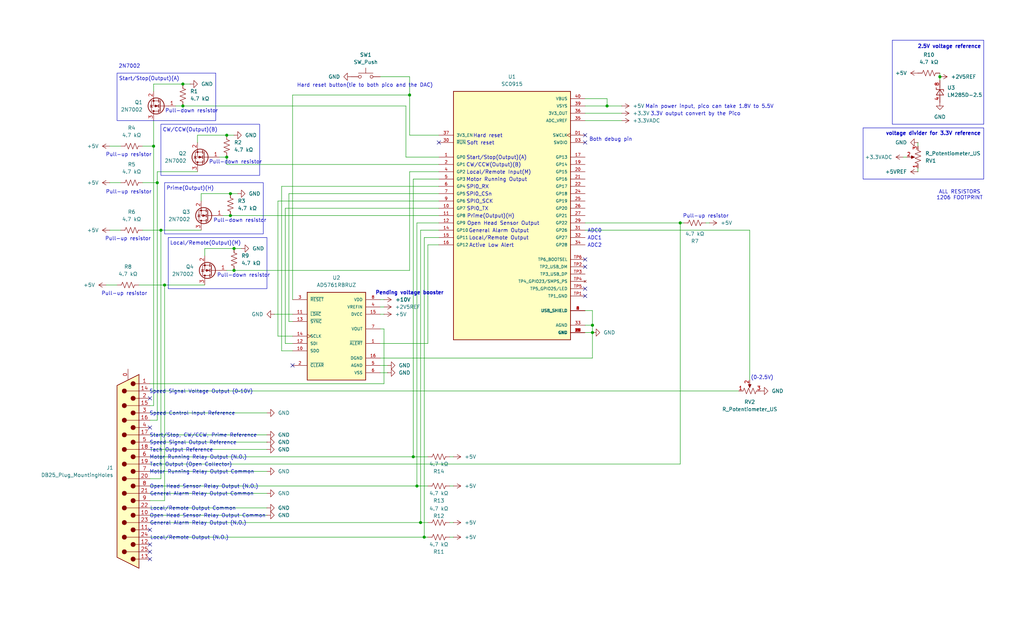
<source format=kicad_sch>
(kicad_sch (version 20231120) (generator "eeschema") (generator_version "8.0")
  (paper "USLegal")
  (title_block (title "Pi Pico Masterflex pump DB25 control board") (date "2024-07-22") (rev "0.1") (company "UW-Madison"))
  (lib_symbols
    (symbol "AD5761RBRUZ:AD5761RBRUZ" (pin_names (offset 1.016))
      (property "Reference" "U" (at -10.1711 15.8923 0))
      (property "Value" "AD5761RBRUZ" (at -10.1835 -17.8212 0))
      (symbol "AD5761RBRUZ_0_0"
        (rectangle (start -10.16 -15.24) (end 10.16 15.24) (stroke (width 0.254)) (fill (type background)))
        (pin output line (at 15.24 -2.54 180) (length 5.08) (name "~{ALERT}") (number "1"))
        (pin output line (at -15.24 -5.08 0) (length 5.08) (name "SDO") (number "10"))
        (pin bidirectional line (at -15.24 7.62 0) (length 5.08) (name "~{LDAC}") (number "11"))
        (pin input line (at -15.24 -2.54 0) (length 5.08) (name "SDI") (number "12"))
        (pin input line (at -15.24 5.08 0) (length 5.08) (name "~{SYNC}") (number "13"))
        (pin input clock (at -15.24 0 0) (length 5.08) (name "SCLK") (number "14"))
        (pin power_in line (at 15.24 7.62 180) (length 5.08) (name "DVCC") (number "15"))
        (pin power_in line (at 15.24 -7.62 180) (length 5.08) (name "DGND") (number "16"))
        (pin input line (at -15.24 -10.16 0) (length 5.08) (name "~{CLEAR}") (number "2"))
        (pin input line (at -15.24 12.7 0) (length 5.08) (name "~{RESET}") (number "3"))
        (pin power_in line (at 15.24 10.16 180) (length 5.08) (name "VREFIN") (number "4"))
        (pin power_in line (at 15.24 -10.16 180) (length 5.08) (name "AGND") (number "5"))
        (pin power_in line (at 15.24 -12.7 180) (length 5.08) (name "VSS") (number "6"))
        (pin output line (at 15.24 2.54 180) (length 5.08) (name "VOUT") (number "7"))
        (pin power_in line (at 15.24 12.7 180) (length 5.08) (name "VDD") (number "8"))
      )
    )
    (symbol "Connector:DB25_Plug_MountingHoles" (pin_names (offset 1.016) hide)
      (property "Reference" "J" (at 0 36.83 0))
      (property "Value" "DB25_Plug_MountingHoles" (at 0 34.925 0))
      (symbol "DB25_Plug_MountingHoles_0_1"
        (circle (center -1.778 -30.48) (radius 0.762) (fill (type outline)))
        (circle (center -1.778 -25.4) (radius 0.762) (fill (type outline)))
        (circle (center -1.778 -20.32) (radius 0.762) (fill (type outline)))
        (circle (center -1.778 -15.24) (radius 0.762) (fill (type outline)))
        (circle (center -1.778 -10.16) (radius 0.762) (fill (type outline)))
        (circle (center -1.778 -5.08) (radius 0.762) (fill (type outline)))
        (circle (center -1.778 0) (radius 0.762) (fill (type outline)))
        (circle (center -1.778 5.08) (radius 0.762) (fill (type outline)))
        (circle (center -1.778 10.16) (radius 0.762) (fill (type outline)))
        (circle (center -1.778 15.24) (radius 0.762) (fill (type outline)))
        (circle (center -1.778 20.32) (radius 0.762) (fill (type outline)))
        (circle (center -1.778 25.4) (radius 0.762) (fill (type outline)))
        (circle (center -1.778 30.48) (radius 0.762) (fill (type outline)))
        (polyline (pts (xy -3.81 -30.48) (xy -2.54 -30.48)))
        (polyline (pts (xy -3.81 -27.94) (xy 0.508 -27.94)))
        (polyline (pts (xy -3.81 -25.4) (xy -2.54 -25.4)))
        (polyline (pts (xy -3.81 -22.86) (xy 0.508 -22.86)))
        (polyline (pts (xy -3.81 -20.32) (xy -2.54 -20.32)))
        (polyline (pts (xy -3.81 -17.78) (xy 0.508 -17.78)))
        (polyline (pts (xy -3.81 -15.24) (xy -2.54 -15.24)))
        (polyline (pts (xy -3.81 -12.7) (xy 0.508 -12.7)))
        (polyline (pts (xy -3.81 -10.16) (xy -2.54 -10.16)))
        (polyline (pts (xy -3.81 -7.62) (xy 0.508 -7.62)))
        (polyline (pts (xy -3.81 -5.08) (xy -2.54 -5.08)))
        (polyline (pts (xy -3.81 -2.54) (xy 0.508 -2.54)))
        (polyline (pts (xy -3.81 0) (xy -2.54 0)))
        (polyline (pts (xy -3.81 2.54) (xy 0.508 2.54)))
        (polyline (pts (xy -3.81 5.08) (xy -2.54 5.08)))
        (polyline (pts (xy -3.81 7.62) (xy 0.508 7.62)))
        (polyline (pts (xy -3.81 10.16) (xy -2.54 10.16)))
        (polyline (pts (xy -3.81 12.7) (xy 0.508 12.7)))
        (polyline (pts (xy -3.81 15.24) (xy -2.54 15.24)))
        (polyline (pts (xy -3.81 17.78) (xy 0.508 17.78)))
        (polyline (pts (xy -3.81 20.32) (xy -2.54 20.32)))
        (polyline (pts (xy -3.81 22.86) (xy 0.508 22.86)))
        (polyline (pts (xy -3.81 25.4) (xy -2.54 25.4)))
        (polyline (pts (xy -3.81 27.94) (xy 0.508 27.94)))
        (polyline (pts (xy -3.81 30.48) (xy -2.54 30.48)))
        (polyline (pts (xy -3.81 -33.655) (xy 3.81 -29.845) (xy 3.81 29.845) (xy -3.81 33.655) (xy -3.81 -33.655)) (stroke (width 0.254)) (fill (type background)))
        (circle (center 1.27 -27.94) (radius 0.762) (fill (type outline)))
        (circle (center 1.27 -22.86) (radius 0.762) (fill (type outline)))
        (circle (center 1.27 -17.78) (radius 0.762) (fill (type outline)))
        (circle (center 1.27 -12.7) (radius 0.762) (fill (type outline)))
        (circle (center 1.27 -7.62) (radius 0.762) (fill (type outline)))
        (circle (center 1.27 -2.54) (radius 0.762) (fill (type outline)))
        (circle (center 1.27 2.54) (radius 0.762) (fill (type outline)))
        (circle (center 1.27 7.62) (radius 0.762) (fill (type outline)))
        (circle (center 1.27 12.7) (radius 0.762) (fill (type outline)))
        (circle (center 1.27 17.78) (radius 0.762) (fill (type outline)))
        (circle (center 1.27 22.86) (radius 0.762) (fill (type outline)))
        (circle (center 1.27 27.94) (radius 0.762) (fill (type outline)))
      )
      (symbol "DB25_Plug_MountingHoles_1_1"
        (pin passive line (at 0 -35.56 90) (length 3.81) (name "PAD") (number "0"))
        (pin passive line (at -7.62 -30.48 0) (length 3.81) (name "1") (number "1"))
        (pin passive line (at -7.62 15.24 0) (length 3.81) (name "10") (number "10"))
        (pin passive line (at -7.62 20.32 0) (length 3.81) (name "11") (number "11"))
        (pin passive line (at -7.62 25.4 0) (length 3.81) (name "12") (number "12"))
        (pin passive line (at -7.62 30.48 0) (length 3.81) (name "13") (number "13"))
        (pin passive line (at -7.62 -27.94 0) (length 3.81) (name "P14") (number "14"))
        (pin passive line (at -7.62 -22.86 0) (length 3.81) (name "P15") (number "15"))
        (pin passive line (at -7.62 -17.78 0) (length 3.81) (name "P16") (number "16"))
        (pin passive line (at -7.62 -12.7 0) (length 3.81) (name "P17") (number "17"))
        (pin passive line (at -7.62 -7.62 0) (length 3.81) (name "P18") (number "18"))
        (pin passive line (at -7.62 -2.54 0) (length 3.81) (name "P19") (number "19"))
        (pin passive line (at -7.62 -25.4 0) (length 3.81) (name "2") (number "2"))
        (pin passive line (at -7.62 2.54 0) (length 3.81) (name "P20") (number "20"))
        (pin passive line (at -7.62 7.62 0) (length 3.81) (name "P21") (number "21"))
        (pin passive line (at -7.62 12.7 0) (length 3.81) (name "P22") (number "22"))
        (pin passive line (at -7.62 17.78 0) (length 3.81) (name "P23") (number "23"))
        (pin passive line (at -7.62 22.86 0) (length 3.81) (name "P24") (number "24"))
        (pin passive line (at -7.62 27.94 0) (length 3.81) (name "P25") (number "25"))
        (pin passive line (at -7.62 -20.32 0) (length 3.81) (name "3") (number "3"))
        (pin passive line (at -7.62 -15.24 0) (length 3.81) (name "4") (number "4"))
        (pin passive line (at -7.62 -10.16 0) (length 3.81) (name "5") (number "5"))
        (pin passive line (at -7.62 -5.08 0) (length 3.81) (name "6") (number "6"))
        (pin passive line (at -7.62 0 0) (length 3.81) (name "7") (number "7"))
        (pin passive line (at -7.62 5.08 0) (length 3.81) (name "8") (number "8"))
        (pin passive line (at -7.62 10.16 0) (length 3.81) (name "9") (number "9"))
      )
    )
    (symbol "Device:R_Potentiometer_US" (pin_names (offset 1.016) hide)
      (property "Reference" "RV" (at -4.445 0 90))
      (property "Value" "R_Potentiometer_US" (at -2.54 0 90))
      (symbol "R_Potentiometer_US_0_1"
        (polyline (pts (xy 0 -2.286) (xy 0 -2.54)))
        (polyline (pts (xy 0 2.54) (xy 0 2.286)))
        (polyline (pts (xy 2.54 0) (xy 1.524 0)))
        (polyline (pts (xy 1.143 0) (xy 2.286 0.508) (xy 2.286 -0.508) (xy 1.143 0)) (fill (type outline)))
        (polyline (pts (xy 0 -0.762) (xy 1.016 -1.143) (xy 0 -1.524) (xy -1.016 -1.905) (xy 0 -2.286)))
        (polyline (pts (xy 0 0.762) (xy 1.016 0.381) (xy 0 0) (xy -1.016 -0.381) (xy 0 -0.762)))
        (polyline (pts (xy 0 2.286) (xy 1.016 1.905) (xy 0 1.524) (xy -1.016 1.143) (xy 0 0.762)))
      )
      (symbol "R_Potentiometer_US_1_1"
        (pin passive line (at 0 3.81 270) (length 1.27) (name "1") (number "1"))
        (pin passive line (at 3.81 0 180) (length 1.27) (name "2") (number "2"))
        (pin passive line (at 0 -3.81 90) (length 1.27) (name "3") (number "3"))
      )
    )
    (symbol "Device:R_US" (pin_numbers hide) (pin_names (offset 0))
      (property "Reference" "R" (at 2.54 0 90))
      (property "Value" "R_US" (at -2.54 0 90))
      (symbol "R_US_0_1"
        (polyline (pts (xy 0 -2.286) (xy 0 -2.54)))
        (polyline (pts (xy 0 2.286) (xy 0 2.54)))
        (polyline (pts (xy 0 -0.762) (xy 1.016 -1.143) (xy 0 -1.524) (xy -1.016 -1.905) (xy 0 -2.286)))
        (polyline (pts (xy 0 0.762) (xy 1.016 0.381) (xy 0 0) (xy -1.016 -0.381) (xy 0 -0.762)))
        (polyline (pts (xy 0 2.286) (xy 1.016 1.905) (xy 0 1.524) (xy -1.016 1.143) (xy 0 0.762)))
      )
      (symbol "R_US_1_1"
        (pin passive line (at 0 3.81 270) (length 1.27) (name "~") (number "1"))
        (pin passive line (at 0 -3.81 90) (length 1.27) (name "~") (number "2"))
      )
    )
    (symbol "Reference_Voltage:LM285D-2.5" (pin_names (offset 0.0254) hide)
      (property "Reference" "U" (at 0 3.175 0))
      (property "Value" "LM285D-2.5" (at 0 -3.175 0))
      (symbol "LM285D-2.5_0_1"
        (polyline (pts (xy -1.27 0) (xy 0 0) (xy 1.27 0)))
        (polyline (pts (xy -1.27 -1.27) (xy 0.635 0) (xy -1.27 1.27) (xy -1.27 -1.27)) (stroke (width 0.2032)))
        (polyline (pts (xy 0 -1.27) (xy 0.635 -1.27) (xy 0.635 1.27) (xy 1.27 1.27)) (stroke (width 0.2032)))
      )
      (symbol "LM285D-2.5_1_1"
        (pin passive line (at -3.81 0 0) (length 2.54) (name "A") (number "4"))
        (pin passive line (at 3.81 0 180) (length 2.54) (name "K") (number "8"))
      )
    )
    (symbol "SC0915:SC0915" (pin_names (offset 1.016))
      (property "Reference" "U" (at -20.32 44.069 0))
      (property "Value" "SC0915" (at -20.32 -45.72 0))
      (symbol "SC0915_0_0"
        (rectangle (start -20.32 -43.18) (end 20.32 43.18) (stroke (width 0.254)) (fill (type background)))
        (pin bidirectional line (at -25.4 20.32 0) (length 5.08) (name "GP0") (number "1"))
        (pin bidirectional line (at -25.4 2.54 0) (length 5.08) (name "GP7") (number "10"))
        (pin bidirectional line (at -25.4 0 0) (length 5.08) (name "GP8") (number "11"))
        (pin bidirectional line (at -25.4 -2.54 0) (length 5.08) (name "GP9") (number "12"))
        (pin power_in line (at 25.4 -40.64 180) (length 5.08) (name "GND") (number "13"))
        (pin bidirectional line (at -25.4 -5.08 0) (length 5.08) (name "GP10") (number "14"))
        (pin bidirectional line (at -25.4 -7.62 0) (length 5.08) (name "GP11") (number "15"))
        (pin bidirectional line (at -25.4 -10.16 0) (length 5.08) (name "GP12") (number "16"))
        (pin bidirectional line (at 25.4 20.32 180) (length 5.08) (name "GP13") (number "17"))
        (pin power_in line (at 25.4 -40.64 180) (length 5.08) (name "GND") (number "18"))
        (pin bidirectional line (at 25.4 17.78 180) (length 5.08) (name "GP14") (number "19"))
        (pin bidirectional line (at -25.4 17.78 0) (length 5.08) (name "GP1") (number "2"))
        (pin bidirectional line (at 25.4 15.24 180) (length 5.08) (name "GP15") (number "20"))
        (pin bidirectional line (at 25.4 12.7 180) (length 5.08) (name "GP16") (number "21"))
        (pin bidirectional line (at 25.4 10.16 180) (length 5.08) (name "GP17") (number "22"))
        (pin power_in line (at 25.4 -40.64 180) (length 5.08) (name "GND") (number "23"))
        (pin bidirectional line (at 25.4 7.62 180) (length 5.08) (name "GP18") (number "24"))
        (pin bidirectional line (at 25.4 5.08 180) (length 5.08) (name "GP19") (number "25"))
        (pin bidirectional line (at 25.4 2.54 180) (length 5.08) (name "GP20") (number "26"))
        (pin bidirectional line (at 25.4 0 180) (length 5.08) (name "GP21") (number "27"))
        (pin power_in line (at 25.4 -40.64 180) (length 5.08) (name "GND") (number "28"))
        (pin bidirectional line (at 25.4 -2.54 180) (length 5.08) (name "GP22") (number "29"))
        (pin power_in line (at 25.4 -40.64 180) (length 5.08) (name "GND") (number "3"))
        (pin input line (at -25.4 25.4 0) (length 5.08) (name "~{RUN}") (number "30"))
        (pin bidirectional line (at 25.4 -5.08 180) (length 5.08) (name "GP26") (number "31"))
        (pin bidirectional line (at 25.4 -7.62 180) (length 5.08) (name "GP27") (number "32"))
        (pin power_in line (at 25.4 -38.1 180) (length 5.08) (name "AGND") (number "33"))
        (pin bidirectional line (at 25.4 -10.16 180) (length 5.08) (name "GP28") (number "34"))
        (pin power_in line (at 25.4 33.02 180) (length 5.08) (name "ADC_VREF") (number "35"))
        (pin power_in line (at 25.4 35.56 180) (length 5.08) (name "3V3_OUT") (number "36"))
        (pin input line (at -25.4 27.94 0) (length 5.08) (name "3V3_EN") (number "37"))
        (pin power_in line (at 25.4 -40.64 180) (length 5.08) (name "GND") (number "38"))
        (pin power_in line (at 25.4 38.1 180) (length 5.08) (name "VSYS") (number "39"))
        (pin bidirectional line (at -25.4 15.24 0) (length 5.08) (name "GP2") (number "4"))
        (pin power_in line (at 25.4 40.64 180) (length 5.08) (name "VBUS") (number "40"))
        (pin bidirectional line (at -25.4 12.7 0) (length 5.08) (name "GP3") (number "5"))
        (pin bidirectional line (at -25.4 10.16 0) (length 5.08) (name "GP4") (number "6"))
        (pin bidirectional line (at -25.4 7.62 0) (length 5.08) (name "GP5") (number "7"))
        (pin power_in line (at 25.4 -40.64 180) (length 5.08) (name "GND") (number "8"))
        (pin bidirectional line (at -25.4 5.08 0) (length 5.08) (name "GP6") (number "9"))
        (pin power_in line (at 25.4 -33.02 180) (length 5.08) (name "USB_SHIELD") (number "A"))
        (pin power_in line (at 25.4 -33.02 180) (length 5.08) (name "USB_SHIELD") (number "B"))
        (pin power_in line (at 25.4 -33.02 180) (length 5.08) (name "USB_SHIELD") (number "C"))
        (pin power_in line (at 25.4 -33.02 180) (length 5.08) (name "USB_SHIELD") (number "D"))
        (pin input clock (at 25.4 27.94 180) (length 5.08) (name "SWCLK") (number "D1"))
        (pin power_in line (at 25.4 -40.64 180) (length 5.08) (name "GND") (number "D2"))
        (pin bidirectional line (at 25.4 25.4 180) (length 5.08) (name "SWDIO") (number "D3"))
        (pin power_in line (at 25.4 -27.94 180) (length 5.08) (name "TP1_GND") (number "TP1"))
        (pin bidirectional line (at 25.4 -17.78 180) (length 5.08) (name "TP2_USB_DM") (number "TP2"))
        (pin bidirectional line (at 25.4 -20.32 180) (length 5.08) (name "TP3_USB_DP") (number "TP3"))
        (pin no_connect line (at 25.4 -22.86 180) (length 5.08) (name "TP4_GPIO23/SMPS_PS") (number "TP4"))
        (pin output line (at 25.4 -25.4 180) (length 5.08) (name "TP5_GPIO25/LED") (number "TP5"))
        (pin input line (at 25.4 -15.24 180) (length 5.08) (name "TP6_BOOTSEL") (number "TP6"))
      )
    )
    (symbol "Switch:SW_Push" (pin_numbers hide) (pin_names (offset 1.016) hide)
      (property "Reference" "SW" (at 1.27 2.54 0))
      (property "Value" "SW_Push" (at 0 -1.524 0))
      (symbol "SW_Push_0_1"
        (circle (center -2.032 0) (radius 0.508))
        (polyline (pts (xy 0 1.27) (xy 0 3.048)))
        (polyline (pts (xy 2.54 1.27) (xy -2.54 1.27)))
        (circle (center 2.032 0) (radius 0.508))
        (pin passive line (at -5.08 0 0) (length 2.54) (name "1") (number "1"))
        (pin passive line (at 5.08 0 180) (length 2.54) (name "2") (number "2"))
      )
    )
    (symbol "Transistor_FET:2N7002" (pin_names hide)
      (property "Reference" "Q" (at 5.08 1.905 0))
      (property "Value" "2N7002" (at 5.08 0 0))
      (symbol "2N7002_0_1"
        (polyline (pts (xy 0.254 0) (xy -2.54 0)))
        (polyline (pts (xy 0.254 1.905) (xy 0.254 -1.905)) (stroke (width 0.254)))
        (polyline (pts (xy 0.762 -1.27) (xy 0.762 -2.286)) (stroke (width 0.254)))
        (polyline (pts (xy 0.762 0.508) (xy 0.762 -0.508)) (stroke (width 0.254)))
        (polyline (pts (xy 0.762 2.286) (xy 0.762 1.27)) (stroke (width 0.254)))
        (polyline (pts (xy 2.54 2.54) (xy 2.54 1.778)))
        (polyline (pts (xy 2.54 -2.54) (xy 2.54 0) (xy 0.762 0)))
        (polyline (pts (xy 0.762 -1.778) (xy 3.302 -1.778) (xy 3.302 1.778) (xy 0.762 1.778)))
        (polyline (pts (xy 1.016 0) (xy 2.032 0.381) (xy 2.032 -0.381) (xy 1.016 0)) (fill (type outline)))
        (polyline (pts (xy 2.794 0.508) (xy 2.921 0.381) (xy 3.683 0.381) (xy 3.81 0.254)))
        (polyline (pts (xy 3.302 0.381) (xy 2.921 -0.254) (xy 3.683 -0.254) (xy 3.302 0.381)))
        (circle (center 1.651 0) (radius 2.794) (stroke (width 0.254)))
        (circle (center 2.54 -1.778) (radius 0.254) (fill (type outline)))
        (circle (center 2.54 1.778) (radius 0.254) (fill (type outline)))
      )
      (symbol "2N7002_1_1"
        (pin input line (at -5.08 0 0) (length 2.54) (name "G") (number "1"))
        (pin passive line (at 2.54 -5.08 90) (length 2.54) (name "S") (number "2"))
        (pin passive line (at 2.54 5.08 270) (length 2.54) (name "D") (number "3"))
      )
    )
    (symbol "power:+10V" (power) (pin_numbers hide) (pin_names (offset 0) hide)
      (property "Value" "+10V" (at 0 3.556 0))
      (symbol "+10V_0_1"
        (polyline (pts (xy -0.762 1.27) (xy 0 2.54)))
        (polyline (pts (xy 0 0) (xy 0 2.54)))
        (polyline (pts (xy 0 2.54) (xy 0.762 1.27)))
      )
      (symbol "+10V_1_1"
        (pin power_in line (at 0 0 90) (length 0) (name "~") (number "1"))
      )
    )
    (symbol "power:+2V5" (power) (pin_numbers hide) (pin_names (offset 0) hide)
      (property "Value" "+2V5" (at 0 3.556 0))
      (symbol "+2V5_0_1"
        (polyline (pts (xy -0.762 1.27) (xy 0 2.54)))
        (polyline (pts (xy 0 0) (xy 0 2.54)))
        (polyline (pts (xy 0 2.54) (xy 0.762 1.27)))
      )
      (symbol "+2V5_1_1"
        (pin power_in line (at 0 0 90) (length 0) (name "~") (number "1"))
      )
    )
    (symbol "power:+3.3V" (power) (pin_numbers hide) (pin_names (offset 0) hide)
      (property "Value" "+3.3V" (at 0 3.556 0))
      (symbol "+3.3V_0_1"
        (polyline (pts (xy -0.762 1.27) (xy 0 2.54)))
        (polyline (pts (xy 0 0) (xy 0 2.54)))
        (polyline (pts (xy 0 2.54) (xy 0.762 1.27)))
      )
      (symbol "+3.3V_1_1"
        (pin power_in line (at 0 0 90) (length 0) (name "~") (number "1"))
      )
    )
    (symbol "power:+3.3VADC" (power) (pin_numbers hide) (pin_names (offset 0) hide)
      (property "Value" "+3.3VADC" (at 0 3.556 0))
      (symbol "+3.3VADC_0_0"
        (pin power_in line (at 0 0 90) (length 0) (name "~") (number "1"))
      )
      (symbol "+3.3VADC_0_1"
        (polyline (pts (xy -0.762 1.27) (xy 0 2.54)))
        (polyline (pts (xy 0 0) (xy 0 2.54)))
        (polyline (pts (xy 0 2.54) (xy 0.762 1.27)))
      )
    )
    (symbol "power:+5V" (power) (pin_numbers hide) (pin_names (offset 0) hide)
      (property "Value" "+5V" (at 0 3.556 0))
      (symbol "+5V_0_1"
        (polyline (pts (xy -0.762 1.27) (xy 0 2.54)))
        (polyline (pts (xy 0 0) (xy 0 2.54)))
        (polyline (pts (xy 0 2.54) (xy 0.762 1.27)))
      )
      (symbol "+5V_1_1"
        (pin power_in line (at 0 0 90) (length 0) (name "~") (number "1"))
      )
    )
    (symbol "power:GND" (power) (pin_numbers hide) (pin_names (offset 0) hide)
      (property "Value" "GND" (at 0 -3.81 0))
      (symbol "GND_0_1"
        (polyline (pts (xy 0 0) (xy 0 -1.27) (xy 1.27 -1.27) (xy 0 -2.54) (xy -1.27 -1.27) (xy 0 -1.27)))
      )
      (symbol "GND_1_1"
        (pin power_in line (at 0 0 270) (length 0) (name "~") (number "1"))
      )
    )
  )
  (junction (at 146.05 181.61))
  (junction (at 205.74 115.57))
  (junction (at 81.28 86.36))
  (junction (at 142.24 33.02))
  (junction (at 80.01 67.31))
  (junction (at 78.74 46.99))
  (junction (at 81.28 93.98))
  (junction (at 54.61 63.5))
  (junction (at 53.34 50.8))
  (junction (at 80.01 74.93))
  (junction (at 78.74 54.61))
  (junction (at 236.22 77.47))
  (junction (at 147.32 186.69))
  (junction (at 143.51 158.75))
  (junction (at 55.88 80.01))
  (junction (at 144.78 168.91))
  (junction (at 57.15 99.06))
  (junction (at 326.39 26.67))
  (junction (at 210.82 36.83))
  (junction (at 63.5 36.83))
  (junction (at 205.74 113.03))
  (junction (at 63.5 29.21))
  (no_connect (at 52.07 194.31))
  (no_connect (at 101.6 127))
  (no_connect (at 52.07 184.15))
  (no_connect (at 52.07 189.23))
  (no_connect (at 203.2 100.33))
  (no_connect (at 52.07 191.77))
  (no_connect (at 203.2 90.17))
  (no_connect (at 203.2 49.53))
  (no_connect (at 52.07 138.43))
  (no_connect (at 52.07 148.59))
  (no_connect (at 203.2 102.87))
  (no_connect (at 203.2 46.99))
  (no_connect (at 152.4 49.53))
  (no_connect (at 203.2 92.71))
  (wire (pts (xy 78.74 54.61) (xy 76.2 54.61)))
  (wire (pts (xy 36.83 99.06) (xy 40.64 99.06)))
  (wire (pts (xy 132.08 26.67) (xy 142.24 26.67)))
  (wire (pts (xy 260.35 80.01) (xy 260.35 132.08)))
  (wire (pts (xy 48.26 99.06) (xy 57.15 99.06)))
  (wire (pts (xy 132.08 114.3) (xy 133.35 114.3)))
  (wire (pts (xy 81.28 86.36) (xy 71.12 86.36)))
  (wire (pts (xy 148.59 181.61) (xy 146.05 181.61)))
  (wire (pts (xy 97.79 64.77) (xy 152.4 64.77)))
  (wire (pts (xy 326.39 25.4) (xy 326.39 26.67)))
  (wire (pts (xy 82.55 67.31) (xy 80.01 67.31)))
  (wire (pts (xy 53.34 50.8) (xy 53.34 140.97)))
  (wire (pts (xy 210.82 34.29) (xy 210.82 36.83)))
  (wire (pts (xy 236.22 77.47) (xy 203.2 77.47)))
  (wire (pts (xy 54.61 59.69) (xy 54.61 63.5)))
  (wire (pts (xy 133.35 133.35) (xy 52.07 133.35)))
  (wire (pts (xy 132.08 104.14) (xy 133.35 104.14)))
  (wire (pts (xy 52.07 168.91) (xy 144.78 168.91)))
  (wire (pts (xy 152.4 72.39) (xy 99.06 72.39)))
  (wire (pts (xy 49.53 63.5) (xy 54.61 63.5)))
  (wire (pts (xy 143.51 62.23) (xy 152.4 62.23)))
  (wire (pts (xy 203.2 34.29) (xy 210.82 34.29)))
  (wire (pts (xy 38.1 50.8) (xy 41.91 50.8)))
  (wire (pts (xy 132.08 124.46) (xy 205.74 124.46)))
  (wire (pts (xy 318.77 50.8) (xy 318.77 49.53)))
  (wire (pts (xy 55.88 80.01) (xy 69.85 80.01)))
  (wire (pts (xy 52.07 135.89) (xy 256.54 135.89)))
  (wire (pts (xy 52.07 143.51) (xy 92.71 143.51)))
  (wire (pts (xy 52.07 161.29) (xy 236.22 161.29)))
  (wire (pts (xy 52.07 146.05) (xy 54.61 146.05)))
  (wire (pts (xy 54.61 146.05) (xy 54.61 63.5)))
  (wire (pts (xy 205.74 124.46) (xy 205.74 115.57)))
  (wire (pts (xy 99.06 119.38) (xy 101.6 119.38)))
  (wire (pts (xy 38.1 63.5) (xy 41.91 63.5)))
  (wire (pts (xy 142.24 26.67) (xy 142.24 33.02)))
  (wire (pts (xy 52.07 181.61) (xy 146.05 181.61)))
  (wire (pts (xy 80.01 67.31) (xy 69.85 67.31)))
  (wire (pts (xy 144.78 168.91) (xy 144.78 77.47)))
  (wire (pts (xy 52.07 176.53) (xy 92.71 176.53)))
  (wire (pts (xy 77.47 74.93) (xy 80.01 74.93)))
  (wire (pts (xy 53.34 29.21) (xy 53.34 31.75)))
  (wire (pts (xy 132.08 109.22) (xy 133.35 109.22)))
  (wire (pts (xy 140.97 54.61) (xy 140.97 36.83)))
  (wire (pts (xy 101.6 104.14) (xy 101.6 33.02)))
  (wire (pts (xy 144.78 77.47) (xy 152.4 77.47)))
  (wire (pts (xy 210.82 36.83) (xy 215.9 36.83)))
  (wire (pts (xy 101.6 111.76) (xy 100.33 111.76)))
  (wire (pts (xy 203.2 107.95) (xy 205.74 107.95)))
  (wire (pts (xy 97.79 121.92) (xy 101.6 121.92)))
  (wire (pts (xy 49.53 80.01) (xy 55.88 80.01)))
  (wire (pts (xy 147.32 82.55) (xy 152.4 82.55)))
  (wire (pts (xy 54.61 59.69) (xy 68.58 59.69)))
  (wire (pts (xy 60.96 36.83) (xy 63.5 36.83)))
  (wire (pts (xy 68.58 46.99) (xy 68.58 49.53)))
  (wire (pts (xy 132.08 129.54) (xy 134.62 129.54)))
  (wire (pts (xy 203.2 39.37) (xy 215.9 39.37)))
  (wire (pts (xy 236.22 77.47) (xy 237.49 77.47)))
  (wire (pts (xy 52.07 153.67) (xy 92.71 153.67)))
  (wire (pts (xy 52.07 173.99) (xy 57.15 173.99)))
  (wire (pts (xy 100.33 67.31) (xy 100.33 111.76)))
  (wire (pts (xy 148.59 119.38) (xy 148.59 85.09)))
  (wire (pts (xy 52.07 186.69) (xy 147.32 186.69)))
  (wire (pts (xy 148.59 158.75) (xy 143.51 158.75)))
  (wire (pts (xy 203.2 41.91) (xy 215.9 41.91)))
  (wire (pts (xy 157.48 186.69) (xy 156.21 186.69)))
  (wire (pts (xy 326.39 26.67) (xy 326.39 27.94)))
  (wire (pts (xy 78.74 57.15) (xy 152.4 57.15)))
  (wire (pts (xy 96.52 69.85) (xy 96.52 116.84)))
  (wire (pts (xy 148.59 186.69) (xy 147.32 186.69)))
  (wire (pts (xy 314.96 54.61) (xy 313.69 54.61)))
  (wire (pts (xy 142.24 59.69) (xy 142.24 93.98)))
  (wire (pts (xy 81.28 46.99) (xy 78.74 46.99)))
  (wire (pts (xy 203.2 115.57) (xy 205.74 115.57)))
  (wire (pts (xy 96.52 69.85) (xy 152.4 69.85)))
  (wire (pts (xy 78.74 93.98) (xy 81.28 93.98)))
  (wire (pts (xy 142.24 33.02) (xy 142.24 46.99)))
  (wire (pts (xy 53.34 140.97) (xy 52.07 140.97)))
  (wire (pts (xy 52.07 171.45) (xy 92.71 171.45)))
  (wire (pts (xy 146.05 181.61) (xy 146.05 80.01)))
  (wire (pts (xy 55.88 80.01) (xy 55.88 166.37)))
  (wire (pts (xy 246.38 77.47) (xy 245.11 77.47)))
  (wire (pts (xy 203.2 113.03) (xy 205.74 113.03)))
  (wire (pts (xy 69.85 67.31) (xy 69.85 69.85)))
  (wire (pts (xy 157.48 181.61) (xy 156.21 181.61)))
  (wire (pts (xy 205.74 107.95) (xy 205.74 113.03)))
  (wire (pts (xy 52.07 151.13) (xy 92.71 151.13)))
  (wire (pts (xy 142.24 46.99) (xy 152.4 46.99)))
  (wire (pts (xy 95.25 109.22) (xy 101.6 109.22)))
  (wire (pts (xy 71.12 86.36) (xy 71.12 88.9)))
  (wire (pts (xy 148.59 85.09) (xy 152.4 85.09)))
  (wire (pts (xy 143.51 62.23) (xy 143.51 158.75)))
  (wire (pts (xy 203.2 36.83) (xy 210.82 36.83)))
  (wire (pts (xy 132.08 119.38) (xy 148.59 119.38)))
  (wire (pts (xy 52.07 158.75) (xy 143.51 158.75)))
  (wire (pts (xy 80.01 74.93) (xy 152.4 74.93)))
  (wire (pts (xy 152.4 54.61) (xy 140.97 54.61)))
  (wire (pts (xy 132.08 127) (xy 134.62 127)))
  (wire (pts (xy 101.6 116.84) (xy 96.52 116.84)))
  (wire (pts (xy 49.53 50.8) (xy 53.34 50.8)))
  (wire (pts (xy 132.08 106.68) (xy 133.35 106.68)))
  (wire (pts (xy 53.34 41.91) (xy 53.34 50.8)))
  (wire (pts (xy 52.07 156.21) (xy 92.71 156.21)))
  (wire (pts (xy 142.24 59.69) (xy 152.4 59.69)))
  (wire (pts (xy 260.35 80.01) (xy 203.2 80.01)))
  (wire (pts (xy 148.59 168.91) (xy 144.78 168.91)))
  (wire (pts (xy 146.05 80.01) (xy 152.4 80.01)))
  (wire (pts (xy 52.07 163.83) (xy 92.71 163.83)))
  (wire (pts (xy 81.28 93.98) (xy 142.24 93.98)))
  (wire (pts (xy 57.15 99.06) (xy 71.12 99.06)))
  (wire (pts (xy 53.34 29.21) (xy 63.5 29.21)))
  (wire (pts (xy 97.79 64.77) (xy 97.79 121.92)))
  (wire (pts (xy 147.32 186.69) (xy 147.32 82.55)))
  (wire (pts (xy 318.77 59.69) (xy 318.77 58.42)))
  (wire (pts (xy 236.22 77.47) (xy 236.22 161.29)))
  (wire (pts (xy 205.74 113.03) (xy 205.74 115.57)))
  (wire (pts (xy 100.33 67.31) (xy 152.4 67.31)))
  (wire (pts (xy 157.48 158.75) (xy 156.21 158.75)))
  (wire (pts (xy 52.07 179.07) (xy 92.71 179.07)))
  (wire (pts (xy 38.1 80.01) (xy 41.91 80.01)))
  (wire (pts (xy 78.74 57.15) (xy 78.74 54.61)))
  (wire (pts (xy 78.74 46.99) (xy 68.58 46.99)))
  (wire (pts (xy 83.82 86.36) (xy 81.28 86.36)))
  (wire (pts (xy 101.6 33.02) (xy 142.24 33.02)))
  (wire (pts (xy 99.06 72.39) (xy 99.06 119.38)))
  (wire (pts (xy 57.15 99.06) (xy 57.15 173.99)))
  (wire (pts (xy 133.35 114.3) (xy 133.35 133.35)))
  (wire (pts (xy 63.5 29.21) (xy 66.04 29.21)))
  (wire (pts (xy 55.88 166.37) (xy 52.07 166.37)))
  (wire (pts (xy 63.5 36.83) (xy 140.97 36.83)))
  (wire (pts (xy 157.48 168.91) (xy 156.21 168.91)))
  (rectangle (start 55.88 43.18) (end 90.17 60.96))
  (rectangle (start 299.72 44.45) (end 341.63 62.23))
  (rectangle (start 58.42 82.55) (end 92.71 100.33))
  (rectangle (start 57.15 63.5) (end 91.44 81.28))
  (rectangle (start 309.88 13.97) (end 341.63 43.18))
  (rectangle (start 40.64 25.4) (end 74.93 41.91))
  (text "2.5V voltage reference" (at 329.692 16.256 0) (effects (font (size 1.27 1.27) (thickness 0.254) (bold yes))))
  (text "Pull-down resistor" (at 84.582 95.758 0) (effects (font (size 1.27 1.27))))
  (text "Prime(Output)(H)" (at 66.04 65.532 0) (effects (font (size 1.27 1.27))))
  (text "Pull-down resistor" (at 81.788 56.388 0) (effects (font (size 1.27 1.27))))
  (text "Motor Running Relay Output Common" (at 70.104 164.084 0) (effects (font (size 1.27 1.27))))
  (text "Pull-up resistor" (at 44.704 66.802 0) (effects (font (size 1.27 1.27))))
  (text "ADC2" (at 206.502 85.344 0) (effects (font (size 1.27 1.27))))
  (text "Pull-up resistor" (at 44.45 83.058 0) (effects (font (size 1.27 1.27))))
  (text "SPI0_RX" (at 165.862 65.024 0) (effects (font (size 1.27 1.27))))
  (text "Hard reset button(tie to both pico and the DAC)" (at 126.746 29.718 0) (effects (font (size 1.27 1.27))))
  (text "Prime(Output)(H)" (at 170.434 75.184 0) (effects (font (size 1.27 1.27))))
  (text "Open Head Sensor Relay Output Common" (at 72.136 179.324 0) (effects (font (size 1.27 1.27))))
  (text "Both debug pin" (at 212.09 48.514 0) (effects (font (size 1.27 1.27))))
  (text "SPI0_CSn" (at 166.37 67.564 0) (effects (font (size 1.27 1.27))))
  (text "Pending voltage booster" (at 142.24 101.854 0) (effects (font (size 1.27 1.27) (thickness 0.254) (bold yes))))
  (text "Hard reset" (at 169.418 47.244 0) (effects (font (size 1.27 1.27))))
  (text "Tach Output Reference" (at 62.992 156.464 0) (effects (font (size 1.27 1.27))))
  (text "Local/Remote Output (N.O.)" (at 65.786 186.944 0) (effects (font (size 1.27 1.27))))
  (text "Open Head Sensor Relay Output (N.O.)" (at 70.866 169.164 0) (effects (font (size 1.27 1.27))))
  (text "2N7002" (at 44.958 23.114 0) (effects (font (size 1.27 1.27))))
  (text "Open Head Sensor Output" (at 174.752 77.724 0) (effects (font (size 1.27 1.27))))
  (text "General Alarm Output" (at 173.228 80.264 0) (effects (font (size 1.27 1.27))))
  (text " Local/Remote Output Common" (at 66.548 176.784 0) (effects (font (size 1.27 1.27))))
  (text "Speed Signal Output Reference" (at 67.056 153.924 0) (effects (font (size 1.27 1.27))))
  (text "SPIO_SCK" (at 166.624 70.104 0) (effects (font (size 1.27 1.27))))
  (text "Local/Remote Output" (at 173.228 82.804 0) (effects (font (size 1.27 1.27))))
  (text "Pull-down resistor" (at 83.312 76.708 0) (effects (font (size 1.27 1.27))))
  (text "Speed Control Input Reference" (at 66.802 143.764 0) (effects (font (size 1.27 1.27))))
  (text "General Alarm Relay Output Common" (at 70.104 171.704 0) (effects (font (size 1.27 1.27))))
  (text "Pull-up resistor" (at 44.704 53.848 0) (effects (font (size 1.27 1.27))))
  (text "(0–2.5V)" (at 264.668 131.318 0) (effects (font (size 1.27 1.27))))
  (text "Start/Stop(Output)(A)" (at 172.466 54.864 0) (effects (font (size 1.27 1.27))))
  (text "voltage divider for 3.3V reference" (at 324.104 46.482 0) (effects (font (size 1.27 1.27) (thickness 0.254) (bold yes))))
  (text "Soft reset" (at 166.878 49.784 0) (effects (font (size 1.27 1.27))))
  (text "Local/Remote Input(M)" (at 173.228 59.944 0) (effects (font (size 1.27 1.27))))
  (text "Speed Signal Voltage Output (0–10V)" (at 69.85 136.144 0) (effects (font (size 1.27 1.27))))
  (text "Active Low Alert" (at 170.688 85.344 0) (effects (font (size 1.27 1.27))))
  (text "SPI0_TX" (at 165.862 72.644 0) (effects (font (size 1.27 1.27))))
  (text "Motor Running Output" (at 172.466 62.484 0) (effects (font (size 1.27 1.27))))
  (text "General Alarm Relay Output (N.O.)" (at 68.834 181.864 0) (effects (font (size 1.27 1.27))))
  (text "CW/CCW(Output)(B)" (at 171.45 57.404 0) (effects (font (size 1.27 1.27))))
  (text "Main power input, pico can take 1.8V to 5.5V" (at 246.38 37.084 0) (effects (font (size 1.27 1.27))))
  (text "Pull-up resistor" (at 43.18 102.108 0) (effects (font (size 1.27 1.27))))
  (text "Local/Remote(Output)(M)" (at 71.374 84.582 0) (effects (font (size 1.27 1.27))))
  (text "Pull-down resistor" (at 66.548 38.608 0) (effects (font (size 1.27 1.27))))
  (text "ADC0" (at 206.502 80.264 0) (effects (font (size 1.27 1.27))))
  (text "Motor Running Relay Output (N.O.)" (at 68.834 159.004 0) (effects (font (size 1.27 1.27))))
  (text "3.3V output convert by the Pico" (at 241.554 39.624 0) (effects (font (size 1.27 1.27))))
  (text "ADC1" (at 206.502 82.804 0) (effects (font (size 1.27 1.27))))
  (text "Start/Stop(Output)(A)" (at 51.816 27.432 0) (effects (font (size 1.27 1.27))))
  (text "ALL RESISTORS\n1206 FOOTPRINT" (at 333.248 67.818 0) (effects (font (size 1.27 1.27))))
  (text "Start/Stop, CW/CCW, Prime Reference" (at 70.612 151.384 0) (effects (font (size 1.27 1.27))))
  (text "CW/CCW(Output)(B)" (at 66.04 45.212 0) (effects (font (size 1.27 1.27))))
  (text "Pull-up resistor" (at 245.11 75.184 0) (effects (font (size 1.27 1.27))))
  (text "Tach Output (Open Collector)" (at 66.294 161.544 0) (effects (font (size 1.27 1.27))))
  (symbol (lib_id "power:+5V") (at 157.48 168.91 270) (unit 1)
    (property "Reference" "#PWR036" (effects (hide yes)))
    (property "Value" "+5V" (at 161.29 168.9101 90) (effects (justify left)))
    (property "Description" "Power symbol creates a global label with name \"+5V\"" (effects (hide yes)))
  )
  (symbol (lib_id "power:GND") (at 92.71 171.45 90) (unit 1)
    (property "Reference" "#PWR025" (effects (hide yes)))
    (property "Value" "GND" (at 96.52 171.4499 90) (effects (justify right)))
    (property "Description" "Power symbol creates a global label with name \"GND\" , ground" (effects (hide yes)))
  )
  (symbol (lib_id "power:+3.3V") (at 215.9 39.37 270) (unit 1)
    (property "Reference" "#PWR07" (effects (hide yes)))
    (property "Value" "+3.3V" (at 219.71 39.3699 90) (effects (justify left)))
    (property "Description" "Power symbol creates a global label with name \"+3.3V\"" (effects (hide yes)))
  )
  (symbol (lib_id "power:GND") (at 92.71 156.21 90) (unit 1)
    (property "Reference" "#PWR031" (effects (hide yes)))
    (property "Value" "GND" (at 96.52 156.2099 90) (effects (justify right)))
    (property "Description" "Power symbol creates a global label with name \"GND\" , ground" (effects (hide yes)))
  )
  (symbol (lib_id "power:+5V") (at 318.77 59.69 90) (unit 1)
    (property "Reference" "#PWR027" (effects (hide yes)))
    (property "Value" "+5VREF" (at 314.96 59.6901 90) (effects (justify left)))
    (property "Description" "Power symbol creates a global label with name \"+5V\"" (effects (hide yes)))
  )
  (symbol (lib_id "power:GND") (at 66.04 29.21 90) (unit 1)
    (property "Reference" "#PWR02" (effects (hide yes)))
    (property "Value" "GND" (at 69.85 29.2099 90) (effects (justify right)))
    (property "Description" "Power symbol creates a global label with name \"GND\" , ground" (effects (hide yes)))
  )
  (symbol (lib_id "power:GND") (at 92.71 151.13 90) (unit 1)
    (property "Reference" "#PWR033" (effects (hide yes)))
    (property "Value" "GND" (at 96.52 151.1299 90) (effects (justify right)))
    (property "Description" "Power symbol creates a global label with name \"GND\" , ground" (effects (hide yes)))
  )
  (symbol (lib_id "Device:R_US") (at 44.45 99.06 90) (unit 1)
    (property "Reference" "R8" (at 44.45 92.71 90))
    (property "Value" "4.7 kΩ" (at 44.45 95.25 90))
    (property "Footprint" "Resistor_SMD:R_1206_3216Metric_Pad1.30x1.75mm_HandSolder" (effects (hide yes)))
    (property "Description" "Resistor, US symbol" (effects (hide yes)))
  )
  (symbol (lib_id "power:GND") (at 81.28 46.99 90) (unit 1)
    (property "Reference" "#PWR03" (effects (hide yes)))
    (property "Value" "GND" (at 85.09 46.9899 90) (effects (justify right)))
    (property "Description" "Power symbol creates a global label with name \"GND\" , ground" (effects (hide yes)))
  )
  (symbol (lib_id "power:GND") (at 264.16 135.89 90) (unit 1)
    (property "Reference" "#PWR020" (effects (hide yes)))
    (property "Value" "GND" (at 267.97 135.8899 90) (effects (justify right)))
    (property "Description" "Power symbol creates a global label with name \"GND\" , ground" (effects (hide yes)))
  )
  (symbol (lib_id "power:GND") (at 92.71 153.67 90) (unit 1)
    (property "Reference" "#PWR032" (effects (hide yes)))
    (property "Value" "GND" (at 96.52 153.6699 90) (effects (justify right)))
    (property "Description" "Power symbol creates a global label with name \"GND\" , ground" (effects (hide yes)))
  )
  (symbol (lib_id "Device:R_US") (at 45.72 63.5 90) (unit 1)
    (property "Reference" "R5" (at 45.72 57.15 90))
    (property "Value" "4.7 kΩ" (at 45.72 59.69 90))
    (property "Footprint" "Resistor_SMD:R_1206_3216Metric_Pad1.30x1.75mm_HandSolder" (effects (hide yes)))
    (property "Description" "Resistor, US symbol" (effects (hide yes)))
  )
  (symbol (lib_id "power:+5V") (at 157.48 158.75 270) (unit 1)
    (property "Reference" "#PWR037" (effects (hide yes)))
    (property "Value" "+5V" (at 161.29 158.7501 90) (effects (justify left)))
    (property "Description" "Power symbol creates a global label with name \"+5V\"" (effects (hide yes)))
  )
  (symbol (lib_id "power:GND") (at 92.71 163.83 90) (unit 1)
    (property "Reference" "#PWR030" (effects (hide yes)))
    (property "Value" "GND" (at 96.52 163.8299 90) (effects (justify right)))
    (property "Description" "Power symbol creates a global label with name \"GND\" , ground" (effects (hide yes)))
  )
  (symbol (lib_id "power:GND") (at 92.71 143.51 90) (unit 1)
    (property "Reference" "#PWR034" (effects (hide yes)))
    (property "Value" "GND" (at 96.52 143.5099 90) (effects (justify right)))
    (property "Description" "Power symbol creates a global label with name \"GND\" , ground" (effects (hide yes)))
  )
  (symbol (lib_id "power:+2V5") (at 133.35 106.68 270) (unit 1)
    (property "Reference" "#PWR016" (effects (hide yes)))
    (property "Value" "+2V5REF" (at 137.16 106.6799 90) (effects (justify left)))
    (property "Description" "Power symbol creates a global label with name \"+2V5\"" (effects (hide yes)))
  )
  (symbol (lib_id "Device:R_Potentiometer_US") (at 318.77 54.61 180) (unit 1)
    (property "Reference" "RV1" (at 321.31 55.8801 0) (effects (justify right)))
    (property "Value" "R_Potentiometer_US" (at 321.31 53.3401 0) (effects (justify right)))
    (property "Footprint" "Potentiometer_THT:Potentiometer_Bourns_3386W_Horizontal" (effects (hide yes)))
    (property "Description" "Potentiometer, US symbol" (effects (hide yes)))
  )
  (symbol (lib_id "power:GND") (at 92.71 179.07 90) (unit 1)
    (property "Reference" "#PWR023" (effects (hide yes)))
    (property "Value" "GND" (at 96.52 179.0699 90) (effects (justify right)))
    (property "Description" "Power symbol creates a global label with name \"GND\" , ground" (effects (hide yes)))
  )
  (symbol (lib_id "Device:R_US") (at 78.74 50.8 180) (unit 1)
    (property "Reference" "R2" (at 81.28 49.5299 0) (effects (justify right)))
    (property "Value" "4.7 kΩ" (at 81.28 52.0699 0) (effects (justify right)))
    (property "Footprint" "Resistor_SMD:R_1206_3216Metric_Pad1.30x1.75mm_HandSolder" (effects (hide yes)))
    (property "Description" "Resistor, US symbol" (effects (hide yes)))
  )
  (symbol (lib_id "power:+3.3VADC") (at 215.9 41.91 270) (unit 1)
    (property "Reference" "#PWR022" (effects (hide yes)))
    (property "Value" "+3.3VADC" (at 219.71 41.9099 90) (effects (justify left)))
    (property "Description" "Power symbol creates a global label with name \"+3.3VADC\"" (effects (hide yes)))
  )
  (symbol (lib_id "Device:R_US") (at 152.4 168.91 270) (unit 1)
    (property "Reference" "R13" (at 152.4 173.99 90))
    (property "Value" "4.7 kΩ" (at 152.4 171.45 90))
    (property "Footprint" "Resistor_SMD:R_1206_3216Metric_Pad1.30x1.75mm_HandSolder" (effects (hide yes)))
    (property "Description" "Resistor, US symbol" (effects (hide yes)))
  )
  (symbol (lib_id "Transistor_FET:2N7002") (at 71.12 54.61 180) (unit 1)
    (property "Reference" "Q2" (at 64.77 53.3399 0) (effects (justify left)))
    (property "Value" "2N7002" (at 64.77 55.8799 0) (effects (justify left)))
    (property "Footprint" "Package_TO_SOT_SMD:SOT-23" (effects (hide yes)))
    (property "Datasheet" "https://www.onsemi.com/pub/Collateral/NDS7002A-D.PDF" (effects (hide yes)))
    (property "Description" "0.115A Id, 60V Vds, N-Channel MOSFET, SOT-23" (effects (hide yes)))
  )
  (symbol (lib_id "power:+5V") (at 38.1 63.5 90) (unit 1)
    (property "Reference" "#PWR011" (effects (hide yes)))
    (property "Value" "+5V" (at 34.29 63.4999 90) (effects (justify left)))
    (property "Description" "Power symbol creates a global label with name \"+5V\"" (effects (hide yes)))
  )
  (symbol (lib_id "Device:R_US") (at 63.5 33.02 180) (unit 1)
    (property "Reference" "R1" (at 66.04 31.7499 0) (effects (justify right)))
    (property "Value" "4.7 kΩ" (at 66.04 34.2899 0) (effects (justify right)))
    (property "Footprint" "Resistor_SMD:R_1206_3216Metric_Pad1.30x1.75mm_HandSolder" (effects (hide yes)))
    (property "Description" "Resistor, US symbol" (effects (hide yes)))
  )
  (symbol (lib_id "power:GND") (at 82.55 67.31 90) (unit 1)
    (property "Reference" "#PWR04" (effects (hide yes)))
    (property "Value" "GND" (at 86.36 67.3099 90) (effects (justify right)))
    (property "Description" "Power symbol creates a global label with name \"GND\" , ground" (effects (hide yes)))
  )
  (symbol (lib_id "power:GND") (at 318.77 49.53 270) (unit 1)
    (property "Reference" "#PWR028" (effects (hide yes)))
    (property "Value" "GND" (at 314.96 49.5301 90) (effects (justify right)))
    (property "Description" "Power symbol creates a global label with name \"GND\" , ground" (effects (hide yes)))
  )
  (symbol (lib_id "power:+10V") (at 133.35 104.14 270) (unit 1)
    (property "Reference" "#PWR015" (effects (hide yes)))
    (property "Value" "+10V" (at 137.16 104.14 90) (effects (font (bold yes)) (justify left)))
    (property "Description" "Power symbol creates a global label with name \"+10V\"" (effects (hide yes)))
  )
  (symbol (lib_id "Device:R_US") (at 152.4 158.75 270) (unit 1)
    (property "Reference" "R14" (at 152.4 163.83 90))
    (property "Value" "4.7 kΩ" (at 152.4 161.29 90))
    (property "Footprint" "Resistor_SMD:R_1206_3216Metric_Pad1.30x1.75mm_HandSolder" (effects (hide yes)))
    (property "Description" "Resistor, US symbol" (effects (hide yes)))
  )
  (symbol (lib_id "power:+5V") (at 157.48 181.61 270) (unit 1)
    (property "Reference" "#PWR035" (effects (hide yes)))
    (property "Value" "+5V" (at 161.29 181.6101 90) (effects (justify left)))
    (property "Description" "Power symbol creates a global label with name \"+5V\"" (effects (hide yes)))
  )
  (symbol (lib_id "Device:R_US") (at 80.01 71.12 180) (unit 1)
    (property "Reference" "R3" (at 82.55 69.8499 0) (effects (justify right)))
    (property "Value" "4.7 kΩ" (at 82.55 72.3899 0) (effects (justify right)))
    (property "Footprint" "Resistor_SMD:R_1206_3216Metric_Pad1.30x1.75mm_HandSolder" (effects (hide yes)))
    (property "Description" "Resistor, US symbol" (effects (hide yes)))
  )
  (symbol (lib_id "power:+5V") (at 36.83 99.06 90) (unit 1)
    (property "Reference" "#PWR013" (effects (hide yes)))
    (property "Value" "+5V" (at 33.02 99.0599 90) (effects (justify left)))
    (property "Description" "Power symbol creates a global label with name \"+5V\"" (effects (hide yes)))
  )
  (symbol (lib_id "power:GND") (at 326.39 35.56 0) (unit 1)
    (property "Reference" "#PWR017" (effects (hide yes)))
    (property "Value" "GND" (at 326.39 40.64 0))
    (property "Description" "Power symbol creates a global label with name \"GND\" , ground" (effects (hide yes)))
  )
  (symbol (lib_id "Device:R_US") (at 241.3 77.47 270) (unit 1)
    (property "Reference" "R7" (at 241.3 83.82 90))
    (property "Value" "4.7 kΩ" (at 241.3 81.28 90))
    (property "Footprint" "Resistor_SMD:R_1206_3216Metric_Pad1.30x1.75mm_HandSolder" (effects (hide yes)))
    (property "Description" "Resistor, US symbol" (effects (hide yes)))
  )
  (symbol (lib_id "Transistor_FET:2N7002") (at 55.88 36.83 180) (unit 1)
    (property "Reference" "Q1" (at 49.53 35.5599 0) (effects (justify left)))
    (property "Value" "2N7002" (at 49.53 38.0999 0) (effects (justify left)))
    (property "Footprint" "Package_TO_SOT_SMD:SOT-23" (effects (hide yes)))
    (property "Datasheet" "https://www.onsemi.com/pub/Collateral/NDS7002A-D.PDF" (effects (hide yes)))
    (property "Description" "0.115A Id, 60V Vds, N-Channel MOSFET, SOT-23" (effects (hide yes)))
  )
  (symbol (lib_id "power:+5V") (at 318.77 25.4 90) (unit 1)
    (property "Reference" "#PWR019" (effects (hide yes)))
    (property "Value" "+5V" (at 314.96 25.3999 90) (effects (justify left)))
    (property "Description" "Power symbol creates a global label with name \"+5V\"" (effects (hide yes)))
  )
  (symbol (lib_id "SC0915:SC0915") (at 177.8 74.93 0) (unit 1)
    (property "Reference" "U1" (at 177.8 26.67 0))
    (property "Value" "SC0915" (at 177.8 29.21 0))
    (property "Footprint" "SC0915:MODULE_SC0915" (effects (hide yes)))
    (property "MF" "Raspberry Pi" (effects (hide yes)))
    (property "MAXIMUM_PACKAGE_HEIGHT" "3.73mm" (effects (hide yes)))
    (property "Package" "None" (effects (hide yes)))
    (property "Price" "None" (effects (hide yes)))
    (property "Check_prices" "https://www.snapeda.com/parts/SC0915/Raspberry+Pi/view-part/?ref=eda" (effects (hide yes)))
    (property "STANDARD" "Manufacturer Recommendations" (effects (hide yes)))
    (property "PARTREV" "1.6" (effects (hide yes)))
    (property "SnapEDA_Link" "https://www.snapeda.com/parts/SC0915/Raspberry+Pi/view-part/?ref=snap" (effects (hide yes)))
    (property "MP" "SC0915" (effects (hide yes)))
    (property "Purchase-URL" "https://www.snapeda.com/api/url_track_click_mouser/?unipart_id=6331605&manufacturer=Raspberry Pi&part_name=SC0915&search_term=pi pico" (effects (hide yes)))
    (property "Description_1" "\nRaspberry Pi Pico Embedded Dev Module | Raspberry Pi SC0915\n" (effects (hide yes)))
    (property "Availability" "In Stock" (effects (hide yes)))
    (property "MANUFACTURER" "Raspberry Pi" (effects (hide yes)))
  )
  (symbol (lib_id "power:+5V") (at 157.48 186.69 270) (unit 1)
    (property "Reference" "#PWR021" (effects (hide yes)))
    (property "Value" "+5V" (at 161.29 186.6901 90) (effects (justify left)))
    (property "Description" "Power symbol creates a global label with name \"+5V\"" (effects (hide yes)))
  )
  (symbol (lib_id "power:GND") (at 205.74 115.57 90) (unit 1)
    (property "Reference" "#PWR01" (effects (hide yes)))
    (property "Value" "GND" (at 209.55 115.5699 90) (effects (justify right)))
    (property "Description" "Power symbol creates a global label with name \"GND\" , ground" (effects (hide yes)))
  )
  (symbol (lib_id "power:GND") (at 134.62 127 90) (unit 1)
    (property "Reference" "#PWR038" (effects (hide yes)))
    (property "Value" "GND" (at 138.43 126.9999 90) (effects (justify right)))
    (property "Description" "Power symbol creates a global label with name \"GND\" , ground" (effects (hide yes)))
  )
  (symbol (lib_id "power:+5V") (at 133.35 109.22 270) (unit 1)
    (property "Reference" "#PWR06" (effects (hide yes)))
    (property "Value" "+5V" (at 137.16 109.2199 90) (effects (justify left)))
    (property "Description" "Power symbol creates a global label with name \"+5V\"" (effects (hide yes)))
  )
  (symbol (lib_id "power:+5V") (at 246.38 77.47 270) (unit 1)
    (property "Reference" "#PWR09" (effects (hide yes)))
    (property "Value" "+5V" (at 250.19 77.4701 90) (effects (justify left)))
    (property "Description" "Power symbol creates a global label with name \"+5V\"" (effects (hide yes)))
  )
  (symbol (lib_id "power:+3.3VADC") (at 313.69 54.61 90) (unit 1)
    (property "Reference" "#PWR029" (effects (hide yes)))
    (property "Value" "+3.3VADC" (at 309.88 54.6101 90) (effects (justify left)))
    (property "Description" "Power symbol creates a global label with name \"+3.3VADC\"" (effects (hide yes)))
  )
  (symbol (lib_id "AD5761RBRUZ:AD5761RBRUZ") (at 116.84 116.84 0) (unit 1)
    (property "Reference" "U2" (at 116.84 96.52 0))
    (property "Value" "AD5761RBRUZ" (at 116.84 99.06 0))
    (property "Footprint" "AD5761RBRUZ:SOP65P640X120-16N" (effects (hide yes)))
    (property "DigiKey_Part_Number" "505-AD5761RBRUZ-ND" (effects (hide yes)))
    (property "MF" "Analog Devices" (effects (hide yes)))
    (property "Purchase-URL" "https://www.snapeda.com/api/url_track_click_mouser/?unipart_id=1235083&manufacturer=Analog Devices&part_name=AD5761RBRUZ&search_term=ad5761 analog devices" (effects (hide yes)))
    (property "Package" "TSSOP-16 Analog Devices" (effects (hide yes)))
    (property "Check_prices" "https://www.snapeda.com/parts/AD5761RBRUZ/Analog+Devices/view-part/?ref=eda" (effects (hide yes)))
    (property "SnapEDA_Link" "https://www.snapeda.com/parts/AD5761RBRUZ/Analog+Devices/view-part/?ref=snap" (effects (hide yes)))
    (property "MP" "AD5761RBRUZ" (effects (hide yes)))
    (property "Description_1" "\nMultiple Range, 16-Bit, Bipolar Voltage Output DACs with 2 PPM/⁰C Reference\n" (effects (hide yes)))
    (property "MANUFACTURER" "Analog Devices" (effects (hide yes)))
  )
  (symbol (lib_id "Device:R_US") (at 81.28 90.17 180) (unit 1)
    (property "Reference" "R9" (at 83.82 88.8999 0) (effects (justify right)))
    (property "Value" "4.7 kΩ" (at 83.82 91.4399 0) (effects (justify right)))
    (property "Footprint" "Resistor_SMD:R_1206_3216Metric_Pad1.30x1.75mm_HandSolder" (effects (hide yes)))
    (property "Description" "Resistor, US symbol" (effects (hide yes)))
  )
  (symbol (lib_id "power:+5V") (at 38.1 80.01 90) (unit 1)
    (property "Reference" "#PWR012" (effects (hide yes)))
    (property "Value" "+5V" (at 34.29 80.0099 90) (effects (justify left)))
    (property "Description" "Power symbol creates a global label with name \"+5V\"" (effects (hide yes)))
  )
  (symbol (lib_id "Reference_Voltage:LM285D-2.5") (at 326.39 31.75 90) (unit 1)
    (property "Reference" "U3" (at 328.93 30.4799 90) (effects (justify right)))
    (property "Value" "LM285D-2.5" (at 328.93 33.0199 90) (effects (justify right)))
    (property "Footprint" "Package_SO:SOIC-8_3.9x4.9mm_P1.27mm" (effects (hide yes)))
    (property "Datasheet" "http://www.onsemi.com/pub_link/Collateral/LM285-D.PDF" (effects (hide yes)))
    (property "Description" "2.500V Micropower Voltage Reference Diodes, SO-8" (effects (hide yes)))
  )
  (symbol (lib_id "power:+2V5") (at 326.39 26.67 270) (unit 1)
    (property "Reference" "#PWR018" (effects (hide yes)))
    (property "Value" "+2V5REF" (at 330.2 26.6699 90) (effects (justify left)))
    (property "Description" "Power symbol creates a global label with name \"+2V5\"" (effects (hide yes)))
  )
  (symbol (lib_id "power:GND") (at 134.62 129.54 90) (unit 1)
    (property "Reference" "#PWR039" (effects (hide yes)))
    (property "Value" "GND" (at 138.43 129.5399 90) (effects (justify right)))
    (property "Description" "Power symbol creates a global label with name \"GND\" , ground" (effects (hide yes)))
  )
  (symbol (lib_id "power:GND") (at 92.71 176.53 90) (unit 1)
    (property "Reference" "#PWR024" (effects (hide yes)))
    (property "Value" "GND" (at 96.52 176.5299 90) (effects (justify right)))
    (property "Description" "Power symbol creates a global label with name \"GND\" , ground" (effects (hide yes)))
  )
  (symbol (lib_id "Device:R_US") (at 45.72 80.01 90) (unit 1)
    (property "Reference" "R6" (at 45.72 73.66 90))
    (property "Value" "4.7 kΩ" (at 45.72 76.2 90))
    (property "Footprint" "Resistor_SMD:R_1206_3216Metric_Pad1.30x1.75mm_HandSolder" (effects (hide yes)))
    (property "Description" "Resistor, US symbol" (effects (hide yes)))
  )
  (symbol (lib_id "power:GND") (at 121.92 26.67 270) (unit 1)
    (property "Reference" "#PWR08" (effects (hide yes)))
    (property "Value" "GND" (at 118.11 26.6699 90) (effects (justify right)))
    (property "Description" "Power symbol creates a global label with name \"GND\" , ground" (effects (hide yes)))
  )
  (symbol (lib_id "Device:R_US") (at 45.72 50.8 90) (unit 1)
    (property "Reference" "R4" (at 45.72 44.45 90))
    (property "Value" "4.7 kΩ" (at 45.72 46.99 90))
    (property "Footprint" "Resistor_SMD:R_1206_3216Metric_Pad1.30x1.75mm_HandSolder" (effects (hide yes)))
    (property "Description" "Resistor, US symbol" (effects (hide yes)))
  )
  (symbol (lib_id "power:GND") (at 83.82 86.36 90) (unit 1)
    (property "Reference" "#PWR014" (effects (hide yes)))
    (property "Value" "GND" (at 87.63 86.3599 90) (effects (justify right)))
    (property "Description" "Power symbol creates a global label with name \"GND\" , ground" (effects (hide yes)))
  )
  (symbol (lib_id "power:+5V") (at 215.9 36.83 270) (unit 1)
    (property "Reference" "#PWR05" (effects (hide yes)))
    (property "Value" "+5V" (at 219.71 36.8299 90) (effects (justify left)))
    (property "Description" "Power symbol creates a global label with name \"+5V\"" (effects (hide yes)))
  )
  (symbol (lib_id "power:+5V") (at 38.1 50.8 90) (unit 1)
    (property "Reference" "#PWR010" (effects (hide yes)))
    (property "Value" "+5V" (at 34.29 50.7999 90) (effects (justify left)))
    (property "Description" "Power symbol creates a global label with name \"+5V\"" (effects (hide yes)))
  )
  (symbol (lib_id "Transistor_FET:2N7002") (at 72.39 74.93 180) (unit 1)
    (property "Reference" "Q3" (at 66.04 73.6599 0) (effects (justify left)))
    (property "Value" "2N7002" (at 66.04 76.1999 0) (effects (justify left)))
    (property "Footprint" "Package_TO_SOT_SMD:SOT-23" (effects (hide yes)))
    (property "Datasheet" "https://www.onsemi.com/pub/Collateral/NDS7002A-D.PDF" (effects (hide yes)))
    (property "Description" "0.115A Id, 60V Vds, N-Channel MOSFET, SOT-23" (effects (hide yes)))
  )
  (symbol (lib_id "power:GND") (at 95.25 109.22 270) (unit 1)
    (property "Reference" "#PWR026" (effects (hide yes)))
    (property "Value" "GND" (at 91.44 109.2199 90) (effects (justify right)))
    (property "Description" "Power symbol creates a global label with name \"GND\" , ground" (effects (hide yes)))
  )
  (symbol (lib_id "Device:R_US") (at 152.4 186.69 270) (unit 1)
    (property "Reference" "R11" (at 152.4 191.77 90))
    (property "Value" "4.7 kΩ" (at 152.4 189.23 90))
    (property "Footprint" "Resistor_SMD:R_1206_3216Metric_Pad1.30x1.75mm_HandSolder" (effects (hide yes)))
    (property "Description" "Resistor, US symbol" (effects (hide yes)))
  )
  (symbol (lib_id "Switch:SW_Push") (at 127 26.67 0) (unit 1)
    (property "Reference" "SW1" (at 127 19.05 0))
    (property "Value" "SW_Push" (at 127 21.59 0))
    (property "Footprint" "Button_Switch_SMD:SW_Tactile_SPST_NO_Straight_CK_PTS636Sx25SMTRLFS" (effects (hide yes)))
    (property "Description" "Push button switch, generic, two pins" (effects (hide yes)))
  )
  (symbol (lib_id "Connector:DB25_Plug_MountingHoles") (at 44.45 163.83 180) (unit 1)
    (property "Reference" "J1" (at 39.37 162.5599 0) (effects (justify left)))
    (property "Value" "DB25_Plug_MountingHoles" (at 39.37 165.0999 0) (effects (justify left)))
    (property "Footprint" "Connector_Dsub:DSUB-25_Male_Horizontal_P2.77x2.84mm_EdgePinOffset4.94mm_Housed_MountingHolesOffset7.48mm" (effects (hide yes)))
    (property "Description" "25-pin male plug pin D-SUB connector, Mounting Hole" (effects (hide yes)))
  )
  (symbol (lib_id "Device:R_US") (at 152.4 181.61 270) (unit 1)
    (property "Reference" "R12" (at 152.4 179.324 90))
    (property "Value" "4.7 kΩ" (at 152.4 176.784 90))
    (property "Footprint" "Resistor_SMD:R_1206_3216Metric_Pad1.30x1.75mm_HandSolder" (effects (hide yes)))
    (property "Description" "Resistor, US symbol" (effects (hide yes)))
  )
  (symbol (lib_id "Device:R_Potentiometer_US") (at 260.35 135.89 90) (unit 1)
    (property "Reference" "RV2" (at 260.35 139.7 90))
    (property "Value" "R_Potentiometer_US" (at 260.35 142.24 90))
    (property "Footprint" "Potentiometer_THT:Potentiometer_Bourns_3386W_Horizontal" (effects (hide yes)))
    (property "Description" "Potentiometer, US symbol" (effects (hide yes)))
  )
  (symbol (lib_id "Transistor_FET:2N7002") (at 73.66 93.98 180) (unit 1)
    (property "Reference" "Q4" (at 67.31 92.7099 0) (effects (justify left)))
    (property "Value" "2N7002" (at 67.31 95.2499 0) (effects (justify left)))
    (property "Footprint" "Package_TO_SOT_SMD:SOT-23" (effects (hide yes)))
    (property "Datasheet" "https://www.onsemi.com/pub/Collateral/NDS7002A-D.PDF" (effects (hide yes)))
    (property "Description" "0.115A Id, 60V Vds, N-Channel MOSFET, SOT-23" (effects (hide yes)))
  )
  (symbol (lib_id "Device:R_US") (at 322.58 25.4 90) (unit 1)
    (property "Reference" "R10" (at 322.58 19.05 90))
    (property "Value" "4.7 kΩ" (at 322.58 21.59 90))
    (property "Footprint" "Resistor_SMD:R_1206_3216Metric_Pad1.30x1.75mm_HandSolder" (effects (hide yes)))
    (property "Description" "Resistor, US symbol" (effects (hide yes)))
  )
)
</source>
